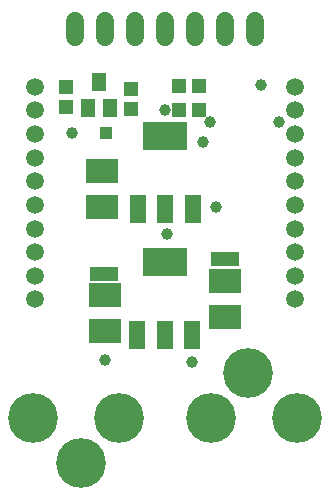
<source format=gts>
G75*
G70*
%OFA0B0*%
%FSLAX24Y24*%
%IPPOS*%
%LPD*%
%AMOC8*
5,1,8,0,0,1.08239X$1,22.5*
%
%ADD10C,0.0595*%
%ADD11R,0.0560X0.0960*%
%ADD12R,0.1497X0.0946*%
%ADD13R,0.1064X0.0848*%
%ADD14C,0.1660*%
%ADD15C,0.0600*%
%ADD16R,0.0474X0.0631*%
%ADD17R,0.0513X0.0474*%
%ADD18R,0.0474X0.0513*%
%ADD19C,0.0390*%
%ADD20R,0.0476X0.0476*%
%ADD21R,0.0390X0.0390*%
D10*
X003175Y006677D03*
X003175Y007465D03*
X003175Y008252D03*
X003175Y009040D03*
X003175Y009827D03*
X003175Y010614D03*
X003175Y011402D03*
X003175Y012189D03*
X003175Y012977D03*
X003175Y013764D03*
X011836Y013764D03*
X011836Y012977D03*
X011836Y012189D03*
X011836Y011402D03*
X011836Y010614D03*
X011836Y009827D03*
X011836Y009040D03*
X011836Y008252D03*
X011836Y007465D03*
X011836Y006677D03*
D11*
X008416Y005501D03*
X007506Y005501D03*
X006596Y005501D03*
X006616Y009681D03*
X007526Y009681D03*
X008436Y009681D03*
D12*
X007506Y007941D03*
X007526Y012121D03*
D13*
X005426Y010961D03*
X005426Y009760D03*
X005506Y006821D03*
X005506Y005620D03*
X009506Y006100D03*
X009506Y007301D03*
D14*
X003107Y002711D03*
X004718Y001220D03*
X005969Y002721D03*
X009042Y002721D03*
X010293Y004222D03*
X011904Y002731D03*
D15*
X010526Y015441D02*
X010526Y015961D01*
X009526Y015961D02*
X009526Y015441D01*
X008526Y015441D02*
X008526Y015961D01*
X007526Y015961D02*
X007526Y015441D01*
X006526Y015441D02*
X006526Y015961D01*
X005526Y015961D02*
X005526Y015441D01*
X004526Y015441D02*
X004526Y015961D01*
D16*
X005306Y013914D03*
X005680Y013048D03*
X004932Y013048D03*
D17*
X004226Y013086D03*
X004226Y013755D03*
X006386Y013695D03*
X006386Y013026D03*
D18*
X007971Y013001D03*
X008640Y013001D03*
X008640Y013781D03*
X007971Y013781D03*
D19*
X007526Y013001D03*
X008786Y011921D03*
X009026Y012581D03*
X010706Y013841D03*
X011306Y012581D03*
X009206Y009761D03*
X007586Y008861D03*
X004406Y012221D03*
X005506Y004661D03*
X008426Y004601D03*
D20*
X009266Y008021D03*
X009746Y008021D03*
X005726Y007541D03*
X005246Y007541D03*
D21*
X005546Y012221D03*
M02*

</source>
